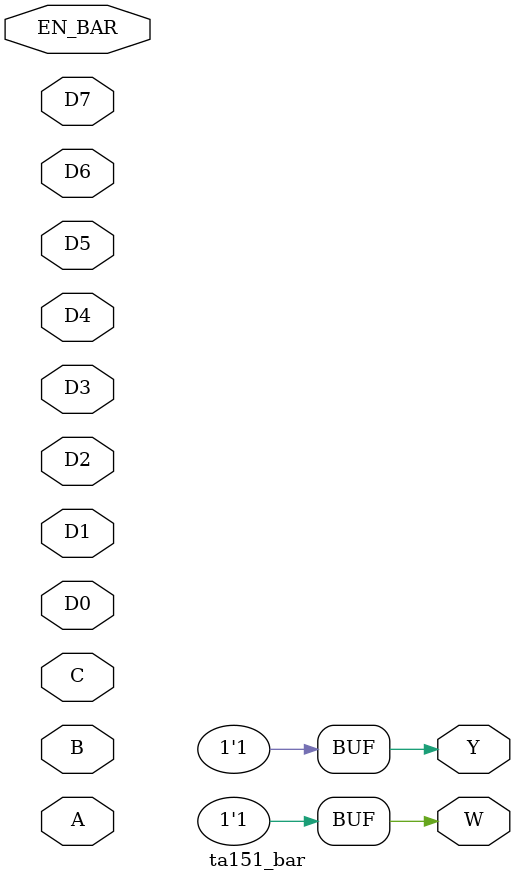
<source format=v>

module ta151_bar(
    input           D0,                 // 
    input           D1,                 // 
    input           D2,                 // 
    input           D3,                 // 
    input           D4,                 // 
    input           D5,                 // 
    input           D6,                 // 
    input           D7,                 //
    input           A,                  // 
    input           B,                  // 
    input           C,                  // 
    input           EN_BAR,             // 
    output          Y,                  // 
    output          W                   // 
);

assign Y = 1'b1;            // ERASE
assign W = 1'b1;            // ERASE

endmodule
</source>
